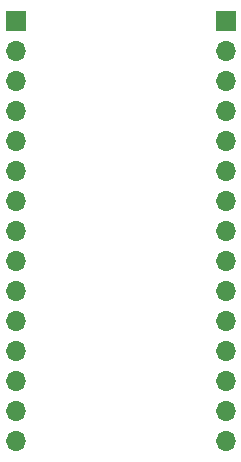
<source format=gbs>
G04 #@! TF.GenerationSoftware,KiCad,Pcbnew,(6.0.10)*
G04 #@! TF.CreationDate,2023-04-03T10:33:17+03:00*
G04 #@! TF.ProjectId,testboard,74657374-626f-4617-9264-2e6b69636164,rev?*
G04 #@! TF.SameCoordinates,Original*
G04 #@! TF.FileFunction,Soldermask,Bot*
G04 #@! TF.FilePolarity,Negative*
%FSLAX46Y46*%
G04 Gerber Fmt 4.6, Leading zero omitted, Abs format (unit mm)*
G04 Created by KiCad (PCBNEW (6.0.10)) date 2023-04-03 10:33:17*
%MOMM*%
%LPD*%
G01*
G04 APERTURE LIST*
%ADD10R,1.700000X1.700000*%
%ADD11O,1.700000X1.700000*%
G04 APERTURE END LIST*
D10*
X144929607Y-69830535D03*
D11*
X144929607Y-72370535D03*
X144929607Y-74910535D03*
X144929607Y-77450535D03*
X144929607Y-79990535D03*
X144929607Y-82530535D03*
X144929607Y-85070535D03*
X144929607Y-87610535D03*
X144929607Y-90150535D03*
X144929607Y-92690535D03*
X144929607Y-95230535D03*
X144929607Y-97770535D03*
X144929607Y-100310535D03*
X144929607Y-102850535D03*
X144929607Y-105390535D03*
X162709607Y-105390535D03*
X162709607Y-102850535D03*
X162709607Y-100310535D03*
X162709607Y-97770535D03*
X162709607Y-95230535D03*
X162709607Y-92690535D03*
X162709607Y-90150535D03*
X162709607Y-87610535D03*
X162709607Y-85070535D03*
X162709607Y-82530535D03*
X162709607Y-79990535D03*
X162709607Y-77450535D03*
X162709607Y-74910535D03*
X162709607Y-72370535D03*
D10*
X162709607Y-69830535D03*
M02*

</source>
